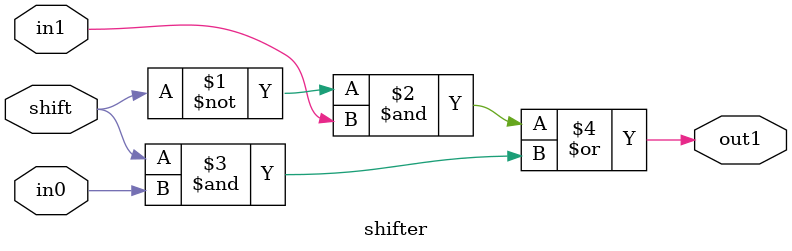
<source format=v>

module shifter(  out1,
                 in1,
                 in0,
                 shift);
output out1;
input in1;
input in0;
input shift;

assign out1 = ((~shift) & in1) | (shift & in0);

endmodule

</source>
